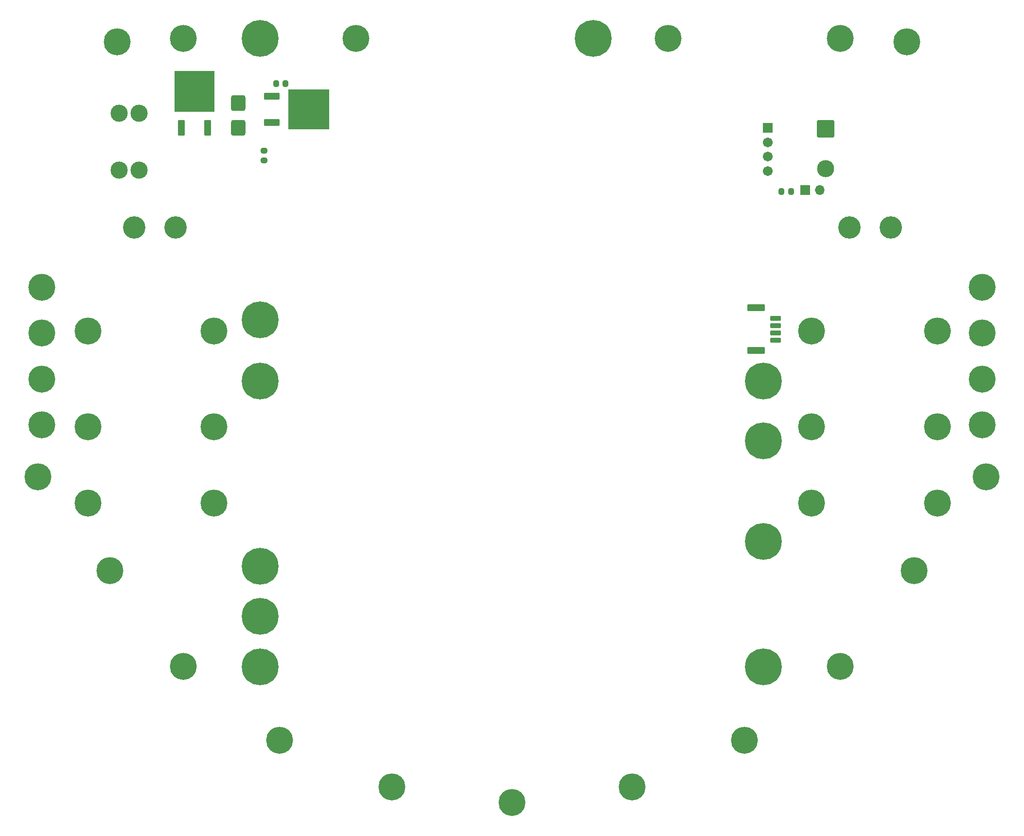
<source format=gts>
G04 #@! TF.GenerationSoftware,KiCad,Pcbnew,7.0.6*
G04 #@! TF.CreationDate,2023-12-26T17:11:55-08:00*
G04 #@! TF.ProjectId,midplate,6d696470-6c61-4746-952e-6b696361645f,rev?*
G04 #@! TF.SameCoordinates,Original*
G04 #@! TF.FileFunction,Soldermask,Top*
G04 #@! TF.FilePolarity,Negative*
%FSLAX46Y46*%
G04 Gerber Fmt 4.6, Leading zero omitted, Abs format (unit mm)*
G04 Created by KiCad (PCBNEW 7.0.6) date 2023-12-26 17:11:55*
%MOMM*%
%LPD*%
G01*
G04 APERTURE LIST*
G04 Aperture macros list*
%AMRoundRect*
0 Rectangle with rounded corners*
0 $1 Rounding radius*
0 $2 $3 $4 $5 $6 $7 $8 $9 X,Y pos of 4 corners*
0 Add a 4 corners polygon primitive as box body*
4,1,4,$2,$3,$4,$5,$6,$7,$8,$9,$2,$3,0*
0 Add four circle primitives for the rounded corners*
1,1,$1+$1,$2,$3*
1,1,$1+$1,$4,$5*
1,1,$1+$1,$6,$7*
1,1,$1+$1,$8,$9*
0 Add four rect primitives between the rounded corners*
20,1,$1+$1,$2,$3,$4,$5,0*
20,1,$1+$1,$4,$5,$6,$7,0*
20,1,$1+$1,$6,$7,$8,$9,0*
20,1,$1+$1,$8,$9,$2,$3,0*%
G04 Aperture macros list end*
%ADD10RoundRect,0.102000X1.387500X-1.387500X1.387500X1.387500X-1.387500X1.387500X-1.387500X-1.387500X0*%
%ADD11C,2.979000*%
%ADD12C,3.903200*%
%ADD13C,6.403200*%
%ADD14C,4.700000*%
%ADD15RoundRect,0.101600X-1.244600X0.469900X-1.244600X-0.469900X1.244600X-0.469900X1.244600X0.469900X0*%
%ADD16RoundRect,0.101600X-3.467100X3.390900X-3.467100X-3.390900X3.467100X-3.390900X3.467100X3.390900X0*%
%ADD17RoundRect,0.102000X-0.850000X-0.300000X0.850000X-0.300000X0.850000X0.300000X-0.850000X0.300000X0*%
%ADD18RoundRect,0.102000X1.400000X0.500000X-1.400000X0.500000X-1.400000X-0.500000X1.400000X-0.500000X0*%
%ADD19RoundRect,0.301600X-0.200000X-0.275000X0.200000X-0.275000X0.200000X0.275000X-0.200000X0.275000X0*%
%ADD20R,1.700000X1.700000*%
%ADD21O,1.700000X1.700000*%
%ADD22RoundRect,0.351600X0.900000X-1.000000X0.900000X1.000000X-0.900000X1.000000X-0.900000X-1.000000X0*%
%ADD23RoundRect,0.101600X-0.469900X-1.244600X0.469900X-1.244600X0.469900X1.244600X-0.469900X1.244600X0*%
%ADD24RoundRect,0.101600X-3.390900X-3.467100X3.390900X-3.467100X3.390900X3.467100X-3.390900X3.467100X0*%
%ADD25RoundRect,0.301600X-0.275000X0.200000X-0.275000X-0.200000X0.275000X-0.200000X0.275000X0.200000X0*%
%ADD26C,2.983200*%
%ADD27RoundRect,0.102000X-0.754000X0.754000X-0.754000X-0.754000X0.754000X-0.754000X0.754000X0.754000X0*%
%ADD28C,1.712000*%
G04 APERTURE END LIST*
D10*
X200039500Y-32258000D03*
D11*
X200039500Y-39258000D03*
D12*
X86796621Y-49459321D03*
X79596621Y-49459321D03*
D13*
X101600000Y-108484000D03*
D14*
X172611096Y-16532860D03*
X215465590Y-109216005D03*
X63532842Y-59880142D03*
X202611067Y-125968345D03*
D13*
X159600900Y-16532860D03*
D14*
X93526349Y-97476702D03*
X93526349Y-67516719D03*
X197574411Y-97476702D03*
D15*
X103632000Y-26613749D03*
D16*
X110045500Y-28903750D03*
D15*
X103632000Y-31193751D03*
D14*
X62863132Y-92880142D03*
D17*
X191310000Y-69083400D03*
X191310000Y-67833400D03*
X191310000Y-66583400D03*
X191310000Y-65333400D03*
D18*
X187960000Y-63483400D03*
X187960000Y-70933400D03*
D14*
X227297158Y-75880142D03*
X227966868Y-92880142D03*
X214157936Y-17096280D03*
X166350214Y-146903559D03*
D13*
X101600000Y-16532860D03*
D14*
X202611096Y-16532860D03*
X197574411Y-84161566D03*
X63532842Y-83880142D03*
X227297158Y-67880142D03*
D19*
X192342000Y-43180000D03*
X193992000Y-43180000D03*
D14*
X227297158Y-59880142D03*
D13*
X189230000Y-125984000D03*
D12*
X211408697Y-49459321D03*
X204208697Y-49459321D03*
D14*
X145415000Y-149659732D03*
D20*
X196469000Y-42926000D03*
D21*
X199009000Y-42926000D03*
D13*
X101600000Y-65537080D03*
D14*
X219473333Y-84161566D03*
D22*
X97790000Y-32122000D03*
X97790000Y-27822000D03*
D23*
X87827749Y-32140000D03*
D24*
X90117750Y-25726500D03*
D23*
X92407751Y-32140000D03*
D13*
X101600000Y-125984000D03*
X101600000Y-117234000D03*
D14*
X76672065Y-17096280D03*
X63532842Y-75880142D03*
D25*
X102235000Y-36132000D03*
X102235000Y-37782000D03*
D14*
X104971273Y-138822868D03*
D26*
X77040000Y-39504000D03*
X80440000Y-39504000D03*
X77040000Y-29584000D03*
X80440000Y-29584000D03*
D14*
X93526349Y-84161566D03*
X88218905Y-16532860D03*
D13*
X189230000Y-86614000D03*
D14*
X71576849Y-67516719D03*
D13*
X189230000Y-76200000D03*
D14*
X71576849Y-97476702D03*
X219473333Y-97476702D03*
X227297158Y-83880142D03*
X75364410Y-109216005D03*
X185858727Y-138822868D03*
D19*
X104331000Y-24384000D03*
X105981000Y-24384000D03*
D14*
X124479786Y-146903559D03*
X118218905Y-16532860D03*
X197574411Y-67516719D03*
X71576849Y-84161566D03*
X219473333Y-67516719D03*
D27*
X189975000Y-32147500D03*
D28*
X189975000Y-34647500D03*
X189975000Y-37147500D03*
X189975000Y-39647500D03*
D14*
X88218933Y-125968345D03*
D13*
X189230000Y-104184000D03*
D14*
X63532842Y-67880142D03*
D13*
X101600000Y-76200000D03*
M02*

</source>
